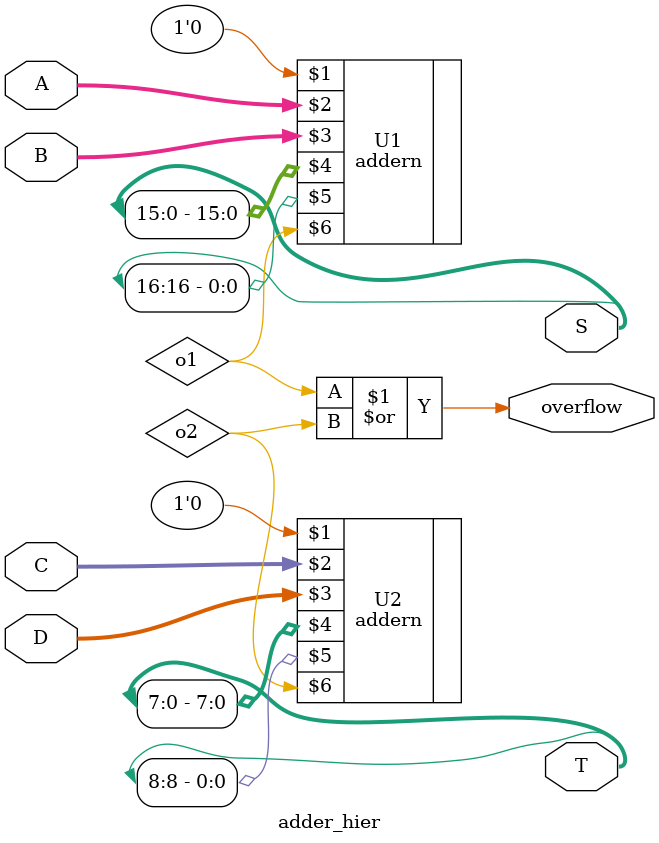
<source format=v>
module adder_hier (A, B, C, D, S, T, overflow);
	input [15:0] A, B;
	input [7:0] C, D;
	output [16:0] S;
	output [8:0] T;
	output overflow;
	wire o1, o2; // used for the overflow signals

	addern #(16) U1 (1'b0, A, B, S[15:0], S[16], o1);
	addern #(8) U2 (1'b0, C, D, T[7:0], T[8], o2);
	assign overflow = o1 | o2;
endmodule

</source>
